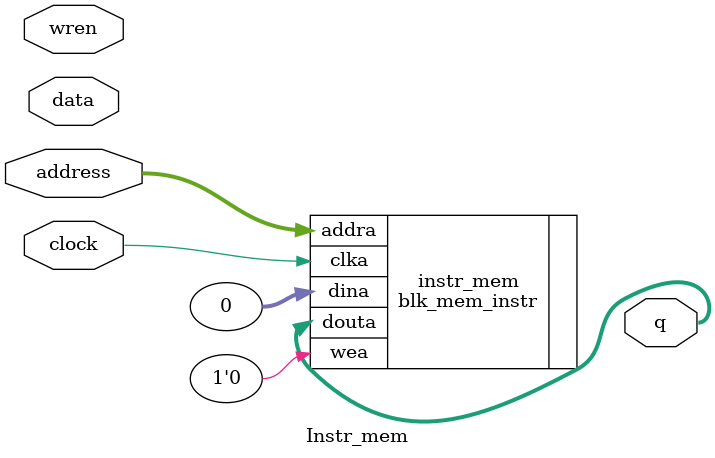
<source format=v>
module Instr_mem(
    input clock,
    input [15:0]address,
    input [31:0]data,
    input wren,
    output [31:0] q
    );
    
    blk_mem_instr instr_mem(.addra(address),.clka(clock),.dina(32'h0),
            .douta(q), .wea(1'b0));
endmodule
/*
module testmem(
	address,
	clock,
	data,
	wren,
	q);

	input	[15:0]  address;
	input	  clock;
	input	[31:0]  data;
	input	  wren;
	output reg	[31:0]  q;
	
	reg [31:0] ram [65535:0];
	always@(posedge clock)
		q <= ram[address];
		
endmodule
*/
</source>
